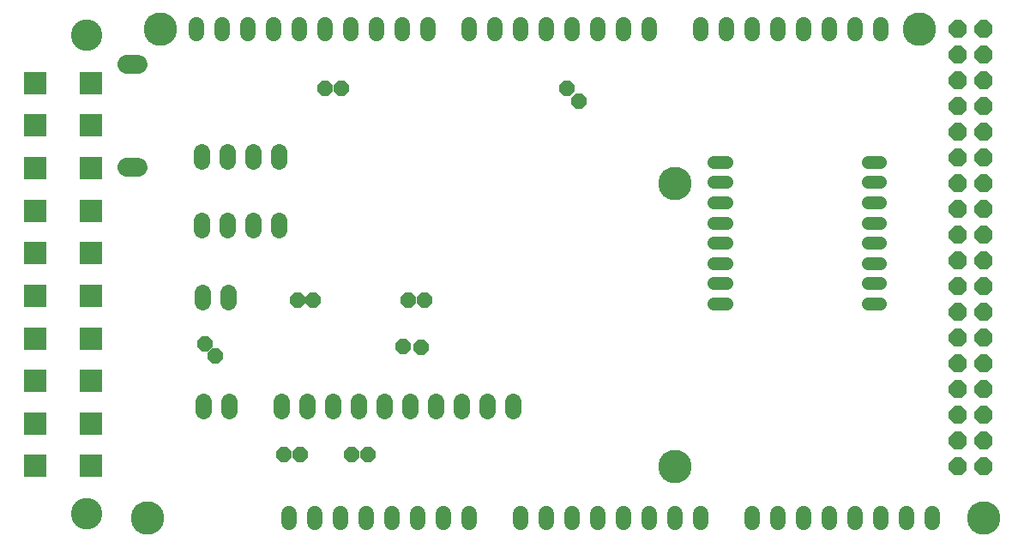
<source format=gbs>
G75*
%MOIN*%
%OFA0B0*%
%FSLAX25Y25*%
%IPPOS*%
%LPD*%
%AMOC8*
5,1,8,0,0,1.08239X$1,22.5*
%
%ADD10C,0.12998*%
%ADD11C,0.06000*%
%ADD12OC8,0.07000*%
%ADD13R,0.08668X0.08668*%
%ADD14C,0.12211*%
%ADD15C,0.06337*%
%ADD16C,0.07400*%
%ADD17C,0.05156*%
%ADD18OC8,0.06000*%
D10*
X0063059Y0015500D03*
X0268059Y0035500D03*
X0388059Y0015500D03*
X0268059Y0145500D03*
X0363059Y0205500D03*
X0068059Y0205500D03*
D11*
X0082059Y0203820D02*
X0082059Y0207180D01*
X0092059Y0207180D02*
X0092059Y0203820D01*
X0102059Y0203820D02*
X0102059Y0207180D01*
X0112059Y0207180D02*
X0112059Y0203820D01*
X0122059Y0203820D02*
X0122059Y0207180D01*
X0132059Y0207180D02*
X0132059Y0203820D01*
X0142059Y0203820D02*
X0142059Y0207180D01*
X0152059Y0207180D02*
X0152059Y0203820D01*
X0162059Y0203820D02*
X0162059Y0207180D01*
X0172059Y0207180D02*
X0172059Y0203820D01*
X0188059Y0203820D02*
X0188059Y0207180D01*
X0198059Y0207180D02*
X0198059Y0203820D01*
X0208059Y0203820D02*
X0208059Y0207180D01*
X0218059Y0207180D02*
X0218059Y0203820D01*
X0228059Y0203820D02*
X0228059Y0207180D01*
X0238059Y0207180D02*
X0238059Y0203820D01*
X0248059Y0203820D02*
X0248059Y0207180D01*
X0258059Y0207180D02*
X0258059Y0203820D01*
X0278059Y0203820D02*
X0278059Y0207180D01*
X0288059Y0207180D02*
X0288059Y0203820D01*
X0298059Y0203820D02*
X0298059Y0207180D01*
X0308059Y0207180D02*
X0308059Y0203820D01*
X0318059Y0203820D02*
X0318059Y0207180D01*
X0328059Y0207180D02*
X0328059Y0203820D01*
X0338059Y0203820D02*
X0338059Y0207180D01*
X0348059Y0207180D02*
X0348059Y0203820D01*
X0348059Y0017180D02*
X0348059Y0013820D01*
X0338059Y0013820D02*
X0338059Y0017180D01*
X0328059Y0017180D02*
X0328059Y0013820D01*
X0318059Y0013820D02*
X0318059Y0017180D01*
X0308059Y0017180D02*
X0308059Y0013820D01*
X0298059Y0013820D02*
X0298059Y0017180D01*
X0278059Y0017180D02*
X0278059Y0013820D01*
X0268059Y0013820D02*
X0268059Y0017180D01*
X0258059Y0017180D02*
X0258059Y0013820D01*
X0248059Y0013820D02*
X0248059Y0017180D01*
X0238059Y0017180D02*
X0238059Y0013820D01*
X0228059Y0013820D02*
X0228059Y0017180D01*
X0218059Y0017180D02*
X0218059Y0013820D01*
X0208059Y0013820D02*
X0208059Y0017180D01*
X0188059Y0017180D02*
X0188059Y0013820D01*
X0178059Y0013820D02*
X0178059Y0017180D01*
X0168059Y0017180D02*
X0168059Y0013820D01*
X0158059Y0013820D02*
X0158059Y0017180D01*
X0148059Y0017180D02*
X0148059Y0013820D01*
X0138059Y0013820D02*
X0138059Y0017180D01*
X0128059Y0017180D02*
X0128059Y0013820D01*
X0118059Y0013820D02*
X0118059Y0017180D01*
X0358059Y0017180D02*
X0358059Y0013820D01*
X0368059Y0013820D02*
X0368059Y0017180D01*
D12*
X0378059Y0035500D03*
X0388059Y0035500D03*
X0388059Y0045500D03*
X0378059Y0045500D03*
X0378059Y0055500D03*
X0388059Y0055500D03*
X0388059Y0065500D03*
X0378059Y0065500D03*
X0378059Y0075500D03*
X0388059Y0075500D03*
X0388059Y0085500D03*
X0378059Y0085500D03*
X0378059Y0095500D03*
X0388059Y0095500D03*
X0388059Y0105500D03*
X0378059Y0105500D03*
X0378059Y0115500D03*
X0388059Y0115500D03*
X0388059Y0125500D03*
X0378059Y0125500D03*
X0378059Y0135500D03*
X0388059Y0135500D03*
X0388059Y0145500D03*
X0378059Y0145500D03*
X0378059Y0155500D03*
X0388059Y0155500D03*
X0388059Y0165500D03*
X0378059Y0165500D03*
X0378059Y0175500D03*
X0388059Y0175500D03*
X0388059Y0185500D03*
X0378059Y0185500D03*
X0378059Y0195500D03*
X0388059Y0195500D03*
X0388059Y0205500D03*
X0378059Y0205500D03*
D13*
X0041327Y0184634D03*
X0019673Y0184634D03*
X0019673Y0168098D03*
X0041327Y0168098D03*
X0041327Y0151563D03*
X0019673Y0151563D03*
X0019673Y0135028D03*
X0041327Y0135028D03*
X0041327Y0118492D03*
X0019673Y0118492D03*
X0019673Y0101957D03*
X0041327Y0101957D03*
X0041327Y0085421D03*
X0019673Y0085421D03*
X0019673Y0068886D03*
X0041327Y0068886D03*
X0041327Y0052350D03*
X0019673Y0052350D03*
X0019673Y0035815D03*
X0041327Y0035815D03*
D14*
X0039516Y0017311D03*
X0039516Y0203138D03*
D15*
X0084122Y0157872D02*
X0084122Y0154309D01*
X0094122Y0154309D02*
X0094122Y0157872D01*
X0104122Y0157872D02*
X0104122Y0154309D01*
X0114122Y0154309D02*
X0114122Y0157872D01*
X0114240Y0131297D02*
X0114240Y0127735D01*
X0104240Y0127735D02*
X0104240Y0131297D01*
X0094240Y0131297D02*
X0094240Y0127735D01*
X0084240Y0127735D02*
X0084240Y0131297D01*
X0084437Y0103265D02*
X0084437Y0099703D01*
X0094437Y0099703D02*
X0094437Y0103265D01*
X0094859Y0060881D02*
X0094859Y0057319D01*
X0084859Y0057319D02*
X0084859Y0060881D01*
X0115343Y0060903D02*
X0115343Y0057341D01*
X0125343Y0057341D02*
X0125343Y0060903D01*
X0135343Y0060903D02*
X0135343Y0057341D01*
X0145343Y0057341D02*
X0145343Y0060903D01*
X0155343Y0060903D02*
X0155343Y0057341D01*
X0165343Y0057341D02*
X0165343Y0060903D01*
X0175343Y0060903D02*
X0175343Y0057341D01*
X0185343Y0057341D02*
X0185343Y0060903D01*
X0195343Y0060903D02*
X0195343Y0057341D01*
X0205343Y0057341D02*
X0205343Y0060903D01*
D16*
X0059372Y0152035D02*
X0055172Y0152035D01*
X0055172Y0192035D02*
X0059372Y0192035D01*
D17*
X0283350Y0154035D02*
X0288106Y0154035D01*
X0288106Y0146161D02*
X0283350Y0146161D01*
X0283350Y0138287D02*
X0288106Y0138287D01*
X0288106Y0130413D02*
X0283350Y0130413D01*
X0283350Y0122539D02*
X0288106Y0122539D01*
X0288106Y0114665D02*
X0283350Y0114665D01*
X0283350Y0106791D02*
X0288106Y0106791D01*
X0288106Y0098917D02*
X0283350Y0098917D01*
X0343224Y0098917D02*
X0347980Y0098917D01*
X0347980Y0106791D02*
X0343224Y0106791D01*
X0343224Y0114665D02*
X0347980Y0114665D01*
X0347980Y0122539D02*
X0343224Y0122539D01*
X0343224Y0130413D02*
X0347980Y0130413D01*
X0347980Y0138287D02*
X0343224Y0138287D01*
X0343224Y0146161D02*
X0347980Y0146161D01*
X0347980Y0154035D02*
X0343224Y0154035D01*
D18*
X0230859Y0177700D03*
X0226159Y0182700D03*
X0138559Y0182600D03*
X0132059Y0182600D03*
X0127459Y0100400D03*
X0121359Y0100400D03*
X0085359Y0083200D03*
X0089459Y0078700D03*
X0116059Y0040300D03*
X0122659Y0040300D03*
X0142559Y0040300D03*
X0148859Y0040400D03*
X0162559Y0082100D03*
X0169459Y0082000D03*
X0170802Y0100400D03*
X0164602Y0100300D03*
M02*

</source>
